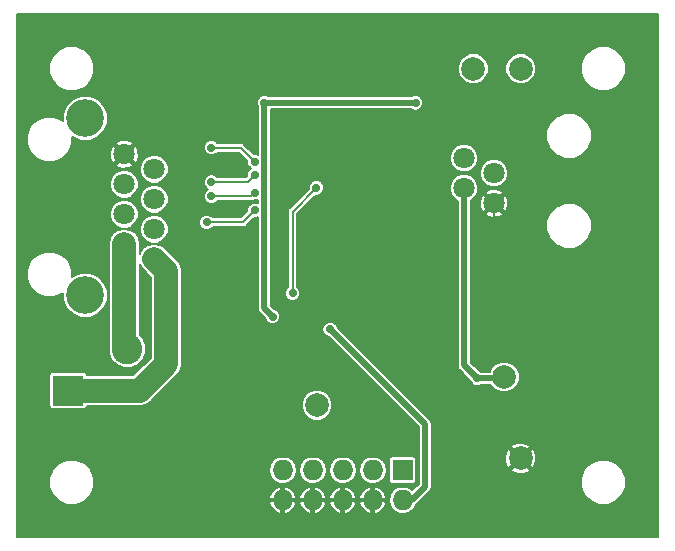
<source format=gbl>
G04 #@! TF.GenerationSoftware,KiCad,Pcbnew,(5.0.2)-1*
G04 #@! TF.CreationDate,2019-05-12T17:47:40+02:00*
G04 #@! TF.ProjectId,MotorController,4d6f746f-7243-46f6-9e74-726f6c6c6572,rev?*
G04 #@! TF.SameCoordinates,Original*
G04 #@! TF.FileFunction,Copper,L2,Bot*
G04 #@! TF.FilePolarity,Positive*
%FSLAX46Y46*%
G04 Gerber Fmt 4.6, Leading zero omitted, Abs format (unit mm)*
G04 Created by KiCad (PCBNEW (5.0.2)-1) date 12.05.2019 17:47:40*
%MOMM*%
%LPD*%
G01*
G04 APERTURE LIST*
G04 #@! TA.AperFunction,ComponentPad*
%ADD10C,3.200000*%
G04 #@! TD*
G04 #@! TA.AperFunction,ComponentPad*
%ADD11C,1.800000*%
G04 #@! TD*
G04 #@! TA.AperFunction,ComponentPad*
%ADD12R,2.600000X2.600000*%
G04 #@! TD*
G04 #@! TA.AperFunction,ComponentPad*
%ADD13C,2.600000*%
G04 #@! TD*
G04 #@! TA.AperFunction,ComponentPad*
%ADD14C,2.000000*%
G04 #@! TD*
G04 #@! TA.AperFunction,ComponentPad*
%ADD15O,1.727200X1.727200*%
G04 #@! TD*
G04 #@! TA.AperFunction,ComponentPad*
%ADD16R,1.727200X1.727200*%
G04 #@! TD*
G04 #@! TA.AperFunction,ViaPad*
%ADD17C,0.700000*%
G04 #@! TD*
G04 #@! TA.AperFunction,Conductor*
%ADD18C,0.500000*%
G04 #@! TD*
G04 #@! TA.AperFunction,Conductor*
%ADD19C,0.200000*%
G04 #@! TD*
G04 #@! TA.AperFunction,Conductor*
%ADD20C,2.000000*%
G04 #@! TD*
G04 APERTURE END LIST*
D10*
G04 #@! TO.P,J3,0*
G04 #@! TO.N,N/C*
X81148000Y-69207000D03*
X81148000Y-84193000D03*
D11*
G04 #@! TO.P,J3,8*
G04 #@! TO.N,/BH_P*
X86990000Y-81145000D03*
G04 #@! TO.P,J3,7*
G04 #@! TO.N,/BH_N*
X84450000Y-79875000D03*
G04 #@! TO.P,J3,6*
G04 #@! TO.N,/B4*
X86990000Y-78605000D03*
G04 #@! TO.P,J3,5*
G04 #@! TO.N,/B3*
X84450000Y-77335000D03*
G04 #@! TO.P,J3,4*
G04 #@! TO.N,/B2*
X86990000Y-76065000D03*
G04 #@! TO.P,J3,3*
G04 #@! TO.N,/B1*
X84450000Y-74795000D03*
G04 #@! TO.P,J3,2*
G04 #@! TO.N,Net-(J3-Pad2)*
X86990000Y-73525000D03*
G04 #@! TO.P,J3,1*
G04 #@! TO.N,GND*
X84450000Y-72255000D03*
G04 #@! TD*
G04 #@! TO.P,J1,1*
G04 #@! TO.N,GND*
X115750000Y-76400000D03*
G04 #@! TO.P,J1,2*
G04 #@! TO.N,+12V*
X113210000Y-75130000D03*
G04 #@! TO.P,J1,4*
G04 #@! TO.N,/B*
X113210000Y-72590000D03*
G04 #@! TO.P,J1,3*
G04 #@! TO.N,/A*
X115750000Y-73860000D03*
G04 #@! TD*
D12*
G04 #@! TO.P,J4,1*
G04 #@! TO.N,/BH_P*
X79700000Y-92250000D03*
D13*
G04 #@! TO.P,J4,2*
G04 #@! TO.N,/BH_N*
X84700000Y-88750000D03*
G04 #@! TD*
D14*
G04 #@! TO.P,TP1,1*
G04 #@! TO.N,GND*
X118000000Y-98000000D03*
G04 #@! TD*
G04 #@! TO.P,TP2,1*
G04 #@! TO.N,+5V*
X100750000Y-93500000D03*
G04 #@! TD*
G04 #@! TO.P,TP3,1*
G04 #@! TO.N,+12V*
X116600000Y-91100000D03*
G04 #@! TD*
G04 #@! TO.P,TP4,1*
G04 #@! TO.N,/B*
X114000000Y-65000000D03*
G04 #@! TD*
G04 #@! TO.P,TP5,1*
G04 #@! TO.N,/A*
X118000000Y-65000000D03*
G04 #@! TD*
D15*
G04 #@! TO.P,J2,10*
G04 #@! TO.N,GND*
X97840000Y-101540000D03*
G04 #@! TO.P,J2,9*
G04 #@! TO.N,/MISO*
X97840000Y-99000000D03*
G04 #@! TO.P,J2,8*
G04 #@! TO.N,GND*
X100380000Y-101540000D03*
G04 #@! TO.P,J2,7*
G04 #@! TO.N,/SCK*
X100380000Y-99000000D03*
G04 #@! TO.P,J2,6*
G04 #@! TO.N,GND*
X102920000Y-101540000D03*
G04 #@! TO.P,J2,5*
G04 #@! TO.N,/RST*
X102920000Y-99000000D03*
G04 #@! TO.P,J2,4*
G04 #@! TO.N,GND*
X105460000Y-101540000D03*
G04 #@! TO.P,J2,3*
G04 #@! TO.N,Net-(J2-Pad3)*
X105460000Y-99000000D03*
G04 #@! TO.P,J2,2*
G04 #@! TO.N,+5V*
X108000000Y-101540000D03*
D16*
G04 #@! TO.P,J2,1*
G04 #@! TO.N,/MOSI*
X108000000Y-99000000D03*
G04 #@! TD*
D17*
G04 #@! TO.N,+5V*
X109100000Y-67900000D03*
X96300000Y-67900000D03*
X97000000Y-86000000D03*
X101862500Y-87062500D03*
G04 #@! TO.N,/RST*
X100700000Y-75100000D03*
X98700000Y-84012500D03*
G04 #@! TO.N,+12V*
X114300000Y-91200000D03*
G04 #@! TO.N,GND*
X109100000Y-69600000D03*
X128000000Y-62000000D03*
X118000000Y-62000000D03*
X107700000Y-62000000D03*
X97000000Y-62000000D03*
X87000000Y-62000000D03*
X77000000Y-62000000D03*
X77000000Y-103000000D03*
X87000000Y-103000000D03*
X128000000Y-103000000D03*
X118000000Y-103000000D03*
X128000000Y-88000000D03*
X128000000Y-72000000D03*
X109000000Y-84000000D03*
X111500000Y-87500000D03*
X97500000Y-78000000D03*
X102500000Y-80000000D03*
X91000000Y-81000000D03*
X80500000Y-76000000D03*
X92000000Y-87500000D03*
X114800000Y-84000000D03*
X103750000Y-94500000D03*
X106000000Y-76000000D03*
X82000000Y-62000000D03*
X113000000Y-62000000D03*
X123000000Y-62000000D03*
X128000000Y-67000000D03*
X128000000Y-78000000D03*
X128000000Y-83000000D03*
X128000000Y-93000000D03*
X128000000Y-98000000D03*
X123000000Y-103000000D03*
X113000000Y-103000000D03*
X92000000Y-103000000D03*
X82000000Y-103000000D03*
X77000000Y-98000000D03*
X77000000Y-93000000D03*
X77000000Y-88000000D03*
X77000000Y-78000000D03*
X77000000Y-67000000D03*
X103000000Y-70000000D03*
X103000000Y-62000000D03*
X98000000Y-88000000D03*
X99000000Y-92000000D03*
X91800000Y-70300000D03*
X109000000Y-64600000D03*
X98700000Y-74800000D03*
G04 #@! TO.N,/B1*
X95500000Y-72900000D03*
X91800000Y-71699992D03*
G04 #@! TO.N,/B2*
X95500000Y-74000000D03*
X91800000Y-74600000D03*
G04 #@! TO.N,/B4*
X95500000Y-77000000D03*
X91400000Y-78000000D03*
G04 #@! TO.N,/B3*
X95500000Y-75500000D03*
X91800000Y-75800000D03*
G04 #@! TD*
D18*
G04 #@! TO.N,+5V*
X96300000Y-85300000D02*
X97000000Y-86000000D01*
X96300000Y-67900000D02*
X96300000Y-85300000D01*
X96300000Y-67900000D02*
X109100000Y-67900000D01*
X109900000Y-100400000D02*
X109900000Y-95100000D01*
X108000000Y-101540000D02*
X108760000Y-101540000D01*
X109900000Y-95100000D02*
X102000000Y-87200000D01*
X108760000Y-101540000D02*
X109900000Y-100400000D01*
D19*
G04 #@! TO.N,/RST*
X98700000Y-77100000D02*
X98700000Y-84012500D01*
X100700000Y-75100000D02*
X98700000Y-77100000D01*
D18*
G04 #@! TO.N,+12V*
X113210000Y-75130000D02*
X113210000Y-90110000D01*
X113210000Y-90110000D02*
X114300000Y-91200000D01*
X114300000Y-91200000D02*
X114300000Y-91200000D01*
X116500000Y-91200000D02*
X116600000Y-91100000D01*
X114300000Y-91200000D02*
X116500000Y-91200000D01*
D19*
G04 #@! TO.N,GND*
X115750000Y-77672792D02*
X114800000Y-78622792D01*
X115750000Y-76400000D02*
X115750000Y-77672792D01*
X114800000Y-78622792D02*
X114800000Y-84000000D01*
X114800000Y-84000000D02*
X114800000Y-84100000D01*
G04 #@! TO.N,/B1*
X94299992Y-71699992D02*
X91800000Y-71699992D01*
X95500000Y-72900000D02*
X94299992Y-71699992D01*
G04 #@! TO.N,/B2*
X94900000Y-74600000D02*
X91800000Y-74600000D01*
X95500000Y-74000000D02*
X94900000Y-74600000D01*
G04 #@! TO.N,/B4*
X94500000Y-78000000D02*
X91400000Y-78000000D01*
X95500000Y-77000000D02*
X94500000Y-78000000D01*
G04 #@! TO.N,/B3*
X95200000Y-75800000D02*
X91800000Y-75800000D01*
X95500000Y-75500000D02*
X95200000Y-75800000D01*
D20*
G04 #@! TO.N,/BH_N*
X84450000Y-88500000D02*
X84700000Y-88750000D01*
X84450000Y-79875000D02*
X84450000Y-88500000D01*
G04 #@! TO.N,/BH_P*
X88000000Y-82155000D02*
X86990000Y-81145000D01*
X88000000Y-90000000D02*
X88000000Y-82155000D01*
X79700000Y-92250000D02*
X85750000Y-92250000D01*
X85750000Y-92250000D02*
X88000000Y-90000000D01*
G04 #@! TD*
D19*
G04 #@! TO.N,GND*
G36*
X129625000Y-104625000D02*
X75375000Y-104625000D01*
X75375000Y-99622067D01*
X78100000Y-99622067D01*
X78100000Y-100377933D01*
X78389258Y-101076263D01*
X78923737Y-101610742D01*
X79622067Y-101900000D01*
X80377933Y-101900000D01*
X80570770Y-101820124D01*
X96710611Y-101820124D01*
X96903779Y-102230999D01*
X97239478Y-102536676D01*
X97559877Y-102669379D01*
X97740000Y-102623997D01*
X97740000Y-101640000D01*
X97940000Y-101640000D01*
X97940000Y-102623997D01*
X98120123Y-102669379D01*
X98440522Y-102536676D01*
X98776221Y-102230999D01*
X98969389Y-101820124D01*
X99250611Y-101820124D01*
X99443779Y-102230999D01*
X99779478Y-102536676D01*
X100099877Y-102669379D01*
X100280000Y-102623997D01*
X100280000Y-101640000D01*
X100480000Y-101640000D01*
X100480000Y-102623997D01*
X100660123Y-102669379D01*
X100980522Y-102536676D01*
X101316221Y-102230999D01*
X101509389Y-101820124D01*
X101790611Y-101820124D01*
X101983779Y-102230999D01*
X102319478Y-102536676D01*
X102639877Y-102669379D01*
X102820000Y-102623997D01*
X102820000Y-101640000D01*
X103020000Y-101640000D01*
X103020000Y-102623997D01*
X103200123Y-102669379D01*
X103520522Y-102536676D01*
X103856221Y-102230999D01*
X104049389Y-101820124D01*
X104330611Y-101820124D01*
X104523779Y-102230999D01*
X104859478Y-102536676D01*
X105179877Y-102669379D01*
X105360000Y-102623997D01*
X105360000Y-101640000D01*
X105560000Y-101640000D01*
X105560000Y-102623997D01*
X105740123Y-102669379D01*
X106060522Y-102536676D01*
X106396221Y-102230999D01*
X106589389Y-101820124D01*
X106544305Y-101640000D01*
X105560000Y-101640000D01*
X105360000Y-101640000D01*
X104375695Y-101640000D01*
X104330611Y-101820124D01*
X104049389Y-101820124D01*
X104004305Y-101640000D01*
X103020000Y-101640000D01*
X102820000Y-101640000D01*
X101835695Y-101640000D01*
X101790611Y-101820124D01*
X101509389Y-101820124D01*
X101464305Y-101640000D01*
X100480000Y-101640000D01*
X100280000Y-101640000D01*
X99295695Y-101640000D01*
X99250611Y-101820124D01*
X98969389Y-101820124D01*
X98924305Y-101640000D01*
X97940000Y-101640000D01*
X97740000Y-101640000D01*
X96755695Y-101640000D01*
X96710611Y-101820124D01*
X80570770Y-101820124D01*
X81076263Y-101610742D01*
X81427129Y-101259876D01*
X96710611Y-101259876D01*
X96755695Y-101440000D01*
X97740000Y-101440000D01*
X97740000Y-100456003D01*
X97940000Y-100456003D01*
X97940000Y-101440000D01*
X98924305Y-101440000D01*
X98969389Y-101259876D01*
X99250611Y-101259876D01*
X99295695Y-101440000D01*
X100280000Y-101440000D01*
X100280000Y-100456003D01*
X100480000Y-100456003D01*
X100480000Y-101440000D01*
X101464305Y-101440000D01*
X101509389Y-101259876D01*
X101790611Y-101259876D01*
X101835695Y-101440000D01*
X102820000Y-101440000D01*
X102820000Y-100456003D01*
X103020000Y-100456003D01*
X103020000Y-101440000D01*
X104004305Y-101440000D01*
X104049389Y-101259876D01*
X104330611Y-101259876D01*
X104375695Y-101440000D01*
X105360000Y-101440000D01*
X105360000Y-100456003D01*
X105560000Y-100456003D01*
X105560000Y-101440000D01*
X106544305Y-101440000D01*
X106589389Y-101259876D01*
X106396221Y-100849001D01*
X106060522Y-100543324D01*
X105740123Y-100410621D01*
X105560000Y-100456003D01*
X105360000Y-100456003D01*
X105179877Y-100410621D01*
X104859478Y-100543324D01*
X104523779Y-100849001D01*
X104330611Y-101259876D01*
X104049389Y-101259876D01*
X103856221Y-100849001D01*
X103520522Y-100543324D01*
X103200123Y-100410621D01*
X103020000Y-100456003D01*
X102820000Y-100456003D01*
X102639877Y-100410621D01*
X102319478Y-100543324D01*
X101983779Y-100849001D01*
X101790611Y-101259876D01*
X101509389Y-101259876D01*
X101316221Y-100849001D01*
X100980522Y-100543324D01*
X100660123Y-100410621D01*
X100480000Y-100456003D01*
X100280000Y-100456003D01*
X100099877Y-100410621D01*
X99779478Y-100543324D01*
X99443779Y-100849001D01*
X99250611Y-101259876D01*
X98969389Y-101259876D01*
X98776221Y-100849001D01*
X98440522Y-100543324D01*
X98120123Y-100410621D01*
X97940000Y-100456003D01*
X97740000Y-100456003D01*
X97559877Y-100410621D01*
X97239478Y-100543324D01*
X96903779Y-100849001D01*
X96710611Y-101259876D01*
X81427129Y-101259876D01*
X81610742Y-101076263D01*
X81900000Y-100377933D01*
X81900000Y-99622067D01*
X81642332Y-99000000D01*
X96653604Y-99000000D01*
X96743913Y-99454014D01*
X97001091Y-99838909D01*
X97385986Y-100096087D01*
X97725397Y-100163600D01*
X97954603Y-100163600D01*
X98294014Y-100096087D01*
X98678909Y-99838909D01*
X98936087Y-99454014D01*
X99026396Y-99000000D01*
X99193604Y-99000000D01*
X99283913Y-99454014D01*
X99541091Y-99838909D01*
X99925986Y-100096087D01*
X100265397Y-100163600D01*
X100494603Y-100163600D01*
X100834014Y-100096087D01*
X101218909Y-99838909D01*
X101476087Y-99454014D01*
X101566396Y-99000000D01*
X101733604Y-99000000D01*
X101823913Y-99454014D01*
X102081091Y-99838909D01*
X102465986Y-100096087D01*
X102805397Y-100163600D01*
X103034603Y-100163600D01*
X103374014Y-100096087D01*
X103758909Y-99838909D01*
X104016087Y-99454014D01*
X104106396Y-99000000D01*
X104273604Y-99000000D01*
X104363913Y-99454014D01*
X104621091Y-99838909D01*
X105005986Y-100096087D01*
X105345397Y-100163600D01*
X105574603Y-100163600D01*
X105914014Y-100096087D01*
X106298909Y-99838909D01*
X106556087Y-99454014D01*
X106646396Y-99000000D01*
X106556087Y-98545986D01*
X106298909Y-98161091D01*
X106261957Y-98136400D01*
X106830523Y-98136400D01*
X106830523Y-99863600D01*
X106853807Y-99980654D01*
X106920112Y-100079888D01*
X107019346Y-100146193D01*
X107136400Y-100169477D01*
X108863600Y-100169477D01*
X108980654Y-100146193D01*
X109079888Y-100079888D01*
X109146193Y-99980654D01*
X109169477Y-99863600D01*
X109169477Y-98136400D01*
X109146193Y-98019346D01*
X109079888Y-97920112D01*
X108980654Y-97853807D01*
X108863600Y-97830523D01*
X107136400Y-97830523D01*
X107019346Y-97853807D01*
X106920112Y-97920112D01*
X106853807Y-98019346D01*
X106830523Y-98136400D01*
X106261957Y-98136400D01*
X105914014Y-97903913D01*
X105574603Y-97836400D01*
X105345397Y-97836400D01*
X105005986Y-97903913D01*
X104621091Y-98161091D01*
X104363913Y-98545986D01*
X104273604Y-99000000D01*
X104106396Y-99000000D01*
X104016087Y-98545986D01*
X103758909Y-98161091D01*
X103374014Y-97903913D01*
X103034603Y-97836400D01*
X102805397Y-97836400D01*
X102465986Y-97903913D01*
X102081091Y-98161091D01*
X101823913Y-98545986D01*
X101733604Y-99000000D01*
X101566396Y-99000000D01*
X101476087Y-98545986D01*
X101218909Y-98161091D01*
X100834014Y-97903913D01*
X100494603Y-97836400D01*
X100265397Y-97836400D01*
X99925986Y-97903913D01*
X99541091Y-98161091D01*
X99283913Y-98545986D01*
X99193604Y-99000000D01*
X99026396Y-99000000D01*
X98936087Y-98545986D01*
X98678909Y-98161091D01*
X98294014Y-97903913D01*
X97954603Y-97836400D01*
X97725397Y-97836400D01*
X97385986Y-97903913D01*
X97001091Y-98161091D01*
X96743913Y-98545986D01*
X96653604Y-99000000D01*
X81642332Y-99000000D01*
X81610742Y-98923737D01*
X81076263Y-98389258D01*
X80377933Y-98100000D01*
X79622067Y-98100000D01*
X78923737Y-98389258D01*
X78389258Y-98923737D01*
X78100000Y-99622067D01*
X75375000Y-99622067D01*
X75375000Y-90950000D01*
X78094123Y-90950000D01*
X78094123Y-93550000D01*
X78117407Y-93667054D01*
X78183712Y-93766288D01*
X78282946Y-93832593D01*
X78400000Y-93855877D01*
X81000000Y-93855877D01*
X81117054Y-93832593D01*
X81216288Y-93766288D01*
X81282593Y-93667054D01*
X81305877Y-93550000D01*
X85621967Y-93550000D01*
X85750000Y-93575467D01*
X85878033Y-93550000D01*
X85878037Y-93550000D01*
X86257235Y-93474573D01*
X86606180Y-93241414D01*
X99450000Y-93241414D01*
X99450000Y-93758586D01*
X99647913Y-94236391D01*
X100013609Y-94602087D01*
X100491414Y-94800000D01*
X101008586Y-94800000D01*
X101486391Y-94602087D01*
X101852087Y-94236391D01*
X102050000Y-93758586D01*
X102050000Y-93241414D01*
X101852087Y-92763609D01*
X101486391Y-92397913D01*
X101008586Y-92200000D01*
X100491414Y-92200000D01*
X100013609Y-92397913D01*
X99647913Y-92763609D01*
X99450000Y-93241414D01*
X86606180Y-93241414D01*
X86687247Y-93187247D01*
X86759776Y-93078700D01*
X88828703Y-91009774D01*
X88937247Y-90937247D01*
X89224573Y-90507235D01*
X89300000Y-90128037D01*
X89300000Y-90128033D01*
X89325467Y-90000000D01*
X89300000Y-89871967D01*
X89300000Y-86933207D01*
X101212500Y-86933207D01*
X101212500Y-87191793D01*
X101311457Y-87430695D01*
X101494305Y-87613543D01*
X101733207Y-87712500D01*
X101734684Y-87712500D01*
X109350001Y-95327818D01*
X109350000Y-100172182D01*
X108828229Y-100693955D01*
X108454014Y-100443913D01*
X108114603Y-100376400D01*
X107885397Y-100376400D01*
X107545986Y-100443913D01*
X107161091Y-100701091D01*
X106903913Y-101085986D01*
X106813604Y-101540000D01*
X106903913Y-101994014D01*
X107161091Y-102378909D01*
X107545986Y-102636087D01*
X107885397Y-102703600D01*
X108114603Y-102703600D01*
X108454014Y-102636087D01*
X108838909Y-102378909D01*
X109096087Y-101994014D01*
X109100010Y-101974292D01*
X109156528Y-101936528D01*
X109187216Y-101890600D01*
X110250606Y-100827212D01*
X110296528Y-100796528D01*
X110418089Y-100614599D01*
X110450000Y-100454170D01*
X110450000Y-100454166D01*
X110460774Y-100400001D01*
X110450000Y-100345836D01*
X110450000Y-99622067D01*
X123100000Y-99622067D01*
X123100000Y-100377933D01*
X123389258Y-101076263D01*
X123923737Y-101610742D01*
X124622067Y-101900000D01*
X125377933Y-101900000D01*
X126076263Y-101610742D01*
X126610742Y-101076263D01*
X126900000Y-100377933D01*
X126900000Y-99622067D01*
X126610742Y-98923737D01*
X126076263Y-98389258D01*
X125377933Y-98100000D01*
X124622067Y-98100000D01*
X123923737Y-98389258D01*
X123389258Y-98923737D01*
X123100000Y-99622067D01*
X110450000Y-99622067D01*
X110450000Y-98952094D01*
X117189328Y-98952094D01*
X117304032Y-99128049D01*
X117788695Y-99308517D01*
X118305527Y-99289775D01*
X118695968Y-99128049D01*
X118810672Y-98952094D01*
X118000000Y-98141421D01*
X117189328Y-98952094D01*
X110450000Y-98952094D01*
X110450000Y-97788695D01*
X116691483Y-97788695D01*
X116710225Y-98305527D01*
X116871951Y-98695968D01*
X117047906Y-98810672D01*
X117858579Y-98000000D01*
X118141421Y-98000000D01*
X118952094Y-98810672D01*
X119128049Y-98695968D01*
X119308517Y-98211305D01*
X119289775Y-97694473D01*
X119128049Y-97304032D01*
X118952094Y-97189328D01*
X118141421Y-98000000D01*
X117858579Y-98000000D01*
X117047906Y-97189328D01*
X116871951Y-97304032D01*
X116691483Y-97788695D01*
X110450000Y-97788695D01*
X110450000Y-97047906D01*
X117189328Y-97047906D01*
X118000000Y-97858579D01*
X118810672Y-97047906D01*
X118695968Y-96871951D01*
X118211305Y-96691483D01*
X117694473Y-96710225D01*
X117304032Y-96871951D01*
X117189328Y-97047906D01*
X110450000Y-97047906D01*
X110450000Y-95154168D01*
X110460775Y-95099999D01*
X110450000Y-95045830D01*
X110418089Y-94885401D01*
X110296528Y-94703472D01*
X110250603Y-94672786D01*
X102512500Y-86934684D01*
X102512500Y-86933207D01*
X102413543Y-86694305D01*
X102230695Y-86511457D01*
X101991793Y-86412500D01*
X101733207Y-86412500D01*
X101494305Y-86511457D01*
X101311457Y-86694305D01*
X101212500Y-86933207D01*
X89300000Y-86933207D01*
X89300000Y-82283033D01*
X89325467Y-82155000D01*
X89300000Y-82026967D01*
X89300000Y-82026963D01*
X89224573Y-81647765D01*
X88937247Y-81217753D01*
X88828702Y-81145225D01*
X87818702Y-80135226D01*
X87497234Y-79920427D01*
X86990000Y-79819533D01*
X86482766Y-79920427D01*
X86052753Y-80207753D01*
X85765427Y-80637766D01*
X85750000Y-80715324D01*
X85750000Y-79746963D01*
X85674573Y-79367765D01*
X85387247Y-78937753D01*
X84957234Y-78650427D01*
X84450000Y-78549532D01*
X83942765Y-78650427D01*
X83512753Y-78937753D01*
X83225427Y-79367766D01*
X83150000Y-79746964D01*
X83150001Y-88311027D01*
X83100000Y-88431740D01*
X83100000Y-89068260D01*
X83343585Y-89656327D01*
X83793673Y-90106415D01*
X84381740Y-90350000D01*
X85018260Y-90350000D01*
X85606327Y-90106415D01*
X86056415Y-89656327D01*
X86300000Y-89068260D01*
X86300000Y-88431740D01*
X86056415Y-87843673D01*
X85750000Y-87537258D01*
X85750000Y-81574676D01*
X85765427Y-81652234D01*
X85980226Y-81973702D01*
X86700001Y-82693478D01*
X86700000Y-89461523D01*
X85211524Y-90950000D01*
X81305877Y-90950000D01*
X81282593Y-90832946D01*
X81216288Y-90733712D01*
X81117054Y-90667407D01*
X81000000Y-90644123D01*
X78400000Y-90644123D01*
X78282946Y-90667407D01*
X78183712Y-90733712D01*
X78117407Y-90832946D01*
X78094123Y-90950000D01*
X75375000Y-90950000D01*
X75375000Y-82032094D01*
X76175000Y-82032094D01*
X76175000Y-82797906D01*
X76468064Y-83505425D01*
X77009575Y-84046936D01*
X77717094Y-84340000D01*
X78482906Y-84340000D01*
X79190425Y-84046936D01*
X79248000Y-83989361D01*
X79248000Y-84570933D01*
X79537258Y-85269263D01*
X80071737Y-85803742D01*
X80770067Y-86093000D01*
X81525933Y-86093000D01*
X82224263Y-85803742D01*
X82758742Y-85269263D01*
X83048000Y-84570933D01*
X83048000Y-83815067D01*
X82758742Y-83116737D01*
X82224263Y-82582258D01*
X81525933Y-82293000D01*
X80770067Y-82293000D01*
X80071737Y-82582258D01*
X80025000Y-82628995D01*
X80025000Y-82032094D01*
X79731936Y-81324575D01*
X79190425Y-80783064D01*
X78482906Y-80490000D01*
X77717094Y-80490000D01*
X77009575Y-80783064D01*
X76468064Y-81324575D01*
X76175000Y-82032094D01*
X75375000Y-82032094D01*
X75375000Y-77096305D01*
X83250000Y-77096305D01*
X83250000Y-77573695D01*
X83432689Y-78014745D01*
X83770255Y-78352311D01*
X84211305Y-78535000D01*
X84688695Y-78535000D01*
X85095960Y-78366305D01*
X85790000Y-78366305D01*
X85790000Y-78843695D01*
X85972689Y-79284745D01*
X86310255Y-79622311D01*
X86751305Y-79805000D01*
X87228695Y-79805000D01*
X87669745Y-79622311D01*
X88007311Y-79284745D01*
X88190000Y-78843695D01*
X88190000Y-78366305D01*
X88007311Y-77925255D01*
X87952763Y-77870707D01*
X90750000Y-77870707D01*
X90750000Y-78129293D01*
X90848957Y-78368195D01*
X91031805Y-78551043D01*
X91270707Y-78650000D01*
X91529293Y-78650000D01*
X91768195Y-78551043D01*
X91919238Y-78400000D01*
X94460606Y-78400000D01*
X94500000Y-78407836D01*
X94539394Y-78400000D01*
X94656072Y-78376791D01*
X94788384Y-78288384D01*
X94810703Y-78254981D01*
X95415685Y-77650000D01*
X95629293Y-77650000D01*
X95750001Y-77600001D01*
X95750001Y-85245826D01*
X95739225Y-85300000D01*
X95768855Y-85448957D01*
X95781912Y-85514599D01*
X95903473Y-85696528D01*
X95949398Y-85727214D01*
X96350000Y-86127817D01*
X96350000Y-86129293D01*
X96448957Y-86368195D01*
X96631805Y-86551043D01*
X96870707Y-86650000D01*
X97129293Y-86650000D01*
X97368195Y-86551043D01*
X97551043Y-86368195D01*
X97650000Y-86129293D01*
X97650000Y-85870707D01*
X97551043Y-85631805D01*
X97368195Y-85448957D01*
X97129293Y-85350000D01*
X97127817Y-85350000D01*
X96850000Y-85072183D01*
X96850000Y-83883207D01*
X98050000Y-83883207D01*
X98050000Y-84141793D01*
X98148957Y-84380695D01*
X98331805Y-84563543D01*
X98570707Y-84662500D01*
X98829293Y-84662500D01*
X99068195Y-84563543D01*
X99251043Y-84380695D01*
X99350000Y-84141793D01*
X99350000Y-83883207D01*
X99251043Y-83644305D01*
X99100000Y-83493262D01*
X99100000Y-77265684D01*
X100615686Y-75750000D01*
X100829293Y-75750000D01*
X101068195Y-75651043D01*
X101251043Y-75468195D01*
X101350000Y-75229293D01*
X101350000Y-74970707D01*
X101317111Y-74891305D01*
X112010000Y-74891305D01*
X112010000Y-75368695D01*
X112192689Y-75809745D01*
X112530255Y-76147311D01*
X112660000Y-76201053D01*
X112660001Y-90055826D01*
X112649225Y-90110000D01*
X112691912Y-90324599D01*
X112813473Y-90506528D01*
X112859398Y-90537214D01*
X113650000Y-91327817D01*
X113650000Y-91329293D01*
X113748957Y-91568195D01*
X113931805Y-91751043D01*
X114170707Y-91850000D01*
X114429293Y-91850000D01*
X114668195Y-91751043D01*
X114669238Y-91750000D01*
X115462129Y-91750000D01*
X115497913Y-91836391D01*
X115863609Y-92202087D01*
X116341414Y-92400000D01*
X116858586Y-92400000D01*
X117336391Y-92202087D01*
X117702087Y-91836391D01*
X117900000Y-91358586D01*
X117900000Y-90841414D01*
X117702087Y-90363609D01*
X117336391Y-89997913D01*
X116858586Y-89800000D01*
X116341414Y-89800000D01*
X115863609Y-89997913D01*
X115497913Y-90363609D01*
X115379286Y-90650000D01*
X114669238Y-90650000D01*
X114668195Y-90648957D01*
X114429293Y-90550000D01*
X114427817Y-90550000D01*
X113760000Y-89882184D01*
X113760000Y-77927094D01*
X120175000Y-77927094D01*
X120175000Y-78692906D01*
X120468064Y-79400425D01*
X121009575Y-79941936D01*
X121717094Y-80235000D01*
X122482906Y-80235000D01*
X123190425Y-79941936D01*
X123731936Y-79400425D01*
X124025000Y-78692906D01*
X124025000Y-77927094D01*
X123731936Y-77219575D01*
X123190425Y-76678064D01*
X122482906Y-76385000D01*
X121717094Y-76385000D01*
X121009575Y-76678064D01*
X120468064Y-77219575D01*
X120175000Y-77927094D01*
X113760000Y-77927094D01*
X113760000Y-77279745D01*
X115011677Y-77279745D01*
X115114147Y-77445307D01*
X115562571Y-77609068D01*
X116039528Y-77588760D01*
X116385853Y-77445307D01*
X116488323Y-77279745D01*
X115750000Y-76541421D01*
X115011677Y-77279745D01*
X113760000Y-77279745D01*
X113760000Y-76212571D01*
X114540932Y-76212571D01*
X114561240Y-76689528D01*
X114704693Y-77035853D01*
X114870255Y-77138323D01*
X115608579Y-76400000D01*
X115891421Y-76400000D01*
X116629745Y-77138323D01*
X116795307Y-77035853D01*
X116959068Y-76587429D01*
X116938760Y-76110472D01*
X116795307Y-75764147D01*
X116629745Y-75661677D01*
X115891421Y-76400000D01*
X115608579Y-76400000D01*
X114870255Y-75661677D01*
X114704693Y-75764147D01*
X114540932Y-76212571D01*
X113760000Y-76212571D01*
X113760000Y-76201053D01*
X113889745Y-76147311D01*
X114227311Y-75809745D01*
X114347221Y-75520255D01*
X115011677Y-75520255D01*
X115750000Y-76258579D01*
X116488323Y-75520255D01*
X116385853Y-75354693D01*
X115937429Y-75190932D01*
X115460472Y-75211240D01*
X115114147Y-75354693D01*
X115011677Y-75520255D01*
X114347221Y-75520255D01*
X114410000Y-75368695D01*
X114410000Y-74891305D01*
X114227311Y-74450255D01*
X113889745Y-74112689D01*
X113448695Y-73930000D01*
X112971305Y-73930000D01*
X112530255Y-74112689D01*
X112192689Y-74450255D01*
X112010000Y-74891305D01*
X101317111Y-74891305D01*
X101251043Y-74731805D01*
X101068195Y-74548957D01*
X100829293Y-74450000D01*
X100570707Y-74450000D01*
X100331805Y-74548957D01*
X100148957Y-74731805D01*
X100050000Y-74970707D01*
X100050000Y-75184314D01*
X98445019Y-76789297D01*
X98411616Y-76811616D01*
X98323210Y-76943928D01*
X98323209Y-76943929D01*
X98292164Y-77100000D01*
X98300000Y-77139394D01*
X98300001Y-83493261D01*
X98148957Y-83644305D01*
X98050000Y-83883207D01*
X96850000Y-83883207D01*
X96850000Y-72351305D01*
X112010000Y-72351305D01*
X112010000Y-72828695D01*
X112192689Y-73269745D01*
X112530255Y-73607311D01*
X112971305Y-73790000D01*
X113448695Y-73790000D01*
X113855960Y-73621305D01*
X114550000Y-73621305D01*
X114550000Y-74098695D01*
X114732689Y-74539745D01*
X115070255Y-74877311D01*
X115511305Y-75060000D01*
X115988695Y-75060000D01*
X116429745Y-74877311D01*
X116767311Y-74539745D01*
X116950000Y-74098695D01*
X116950000Y-73621305D01*
X116767311Y-73180255D01*
X116429745Y-72842689D01*
X115988695Y-72660000D01*
X115511305Y-72660000D01*
X115070255Y-72842689D01*
X114732689Y-73180255D01*
X114550000Y-73621305D01*
X113855960Y-73621305D01*
X113889745Y-73607311D01*
X114227311Y-73269745D01*
X114410000Y-72828695D01*
X114410000Y-72351305D01*
X114227311Y-71910255D01*
X113889745Y-71572689D01*
X113448695Y-71390000D01*
X112971305Y-71390000D01*
X112530255Y-71572689D01*
X112192689Y-71910255D01*
X112010000Y-72351305D01*
X96850000Y-72351305D01*
X96850000Y-70307094D01*
X120175000Y-70307094D01*
X120175000Y-71072906D01*
X120468064Y-71780425D01*
X121009575Y-72321936D01*
X121717094Y-72615000D01*
X122482906Y-72615000D01*
X123190425Y-72321936D01*
X123731936Y-71780425D01*
X124025000Y-71072906D01*
X124025000Y-70307094D01*
X123731936Y-69599575D01*
X123190425Y-69058064D01*
X122482906Y-68765000D01*
X121717094Y-68765000D01*
X121009575Y-69058064D01*
X120468064Y-69599575D01*
X120175000Y-70307094D01*
X96850000Y-70307094D01*
X96850000Y-68450000D01*
X108730762Y-68450000D01*
X108731805Y-68451043D01*
X108970707Y-68550000D01*
X109229293Y-68550000D01*
X109468195Y-68451043D01*
X109651043Y-68268195D01*
X109750000Y-68029293D01*
X109750000Y-67770707D01*
X109651043Y-67531805D01*
X109468195Y-67348957D01*
X109229293Y-67250000D01*
X108970707Y-67250000D01*
X108731805Y-67348957D01*
X108730762Y-67350000D01*
X96669238Y-67350000D01*
X96668195Y-67348957D01*
X96429293Y-67250000D01*
X96170707Y-67250000D01*
X95931805Y-67348957D01*
X95748957Y-67531805D01*
X95650000Y-67770707D01*
X95650000Y-68029293D01*
X95748957Y-68268195D01*
X95750000Y-68269238D01*
X95750000Y-72299999D01*
X95629293Y-72250000D01*
X95415685Y-72250000D01*
X94610695Y-71445011D01*
X94588376Y-71411608D01*
X94456064Y-71323201D01*
X94339386Y-71299992D01*
X94299992Y-71292156D01*
X94260598Y-71299992D01*
X92319238Y-71299992D01*
X92168195Y-71148949D01*
X91929293Y-71049992D01*
X91670707Y-71049992D01*
X91431805Y-71148949D01*
X91248957Y-71331797D01*
X91150000Y-71570699D01*
X91150000Y-71829285D01*
X91248957Y-72068187D01*
X91431805Y-72251035D01*
X91670707Y-72349992D01*
X91929293Y-72349992D01*
X92168195Y-72251035D01*
X92319238Y-72099992D01*
X94134308Y-72099992D01*
X94850000Y-72815685D01*
X94850000Y-73029293D01*
X94948957Y-73268195D01*
X95130762Y-73450000D01*
X94948957Y-73631805D01*
X94850000Y-73870707D01*
X94850000Y-74084315D01*
X94734316Y-74200000D01*
X92319238Y-74200000D01*
X92168195Y-74048957D01*
X91929293Y-73950000D01*
X91670707Y-73950000D01*
X91431805Y-74048957D01*
X91248957Y-74231805D01*
X91150000Y-74470707D01*
X91150000Y-74729293D01*
X91248957Y-74968195D01*
X91431805Y-75151043D01*
X91549997Y-75200000D01*
X91431805Y-75248957D01*
X91248957Y-75431805D01*
X91150000Y-75670707D01*
X91150000Y-75929293D01*
X91248957Y-76168195D01*
X91431805Y-76351043D01*
X91670707Y-76450000D01*
X91929293Y-76450000D01*
X92168195Y-76351043D01*
X92319238Y-76200000D01*
X95160606Y-76200000D01*
X95200000Y-76207836D01*
X95239394Y-76200000D01*
X95356072Y-76176791D01*
X95396168Y-76150000D01*
X95629293Y-76150000D01*
X95750000Y-76100001D01*
X95750000Y-76399999D01*
X95629293Y-76350000D01*
X95370707Y-76350000D01*
X95131805Y-76448957D01*
X94948957Y-76631805D01*
X94850000Y-76870707D01*
X94850000Y-77084315D01*
X94334316Y-77600000D01*
X91919238Y-77600000D01*
X91768195Y-77448957D01*
X91529293Y-77350000D01*
X91270707Y-77350000D01*
X91031805Y-77448957D01*
X90848957Y-77631805D01*
X90750000Y-77870707D01*
X87952763Y-77870707D01*
X87669745Y-77587689D01*
X87228695Y-77405000D01*
X86751305Y-77405000D01*
X86310255Y-77587689D01*
X85972689Y-77925255D01*
X85790000Y-78366305D01*
X85095960Y-78366305D01*
X85129745Y-78352311D01*
X85467311Y-78014745D01*
X85650000Y-77573695D01*
X85650000Y-77096305D01*
X85467311Y-76655255D01*
X85129745Y-76317689D01*
X84688695Y-76135000D01*
X84211305Y-76135000D01*
X83770255Y-76317689D01*
X83432689Y-76655255D01*
X83250000Y-77096305D01*
X75375000Y-77096305D01*
X75375000Y-74556305D01*
X83250000Y-74556305D01*
X83250000Y-75033695D01*
X83432689Y-75474745D01*
X83770255Y-75812311D01*
X84211305Y-75995000D01*
X84688695Y-75995000D01*
X85095960Y-75826305D01*
X85790000Y-75826305D01*
X85790000Y-76303695D01*
X85972689Y-76744745D01*
X86310255Y-77082311D01*
X86751305Y-77265000D01*
X87228695Y-77265000D01*
X87669745Y-77082311D01*
X88007311Y-76744745D01*
X88190000Y-76303695D01*
X88190000Y-75826305D01*
X88007311Y-75385255D01*
X87669745Y-75047689D01*
X87228695Y-74865000D01*
X86751305Y-74865000D01*
X86310255Y-75047689D01*
X85972689Y-75385255D01*
X85790000Y-75826305D01*
X85095960Y-75826305D01*
X85129745Y-75812311D01*
X85467311Y-75474745D01*
X85650000Y-75033695D01*
X85650000Y-74556305D01*
X85467311Y-74115255D01*
X85129745Y-73777689D01*
X84688695Y-73595000D01*
X84211305Y-73595000D01*
X83770255Y-73777689D01*
X83432689Y-74115255D01*
X83250000Y-74556305D01*
X75375000Y-74556305D01*
X75375000Y-73134745D01*
X83711677Y-73134745D01*
X83814147Y-73300307D01*
X84262571Y-73464068D01*
X84739528Y-73443760D01*
X85085853Y-73300307D01*
X85094519Y-73286305D01*
X85790000Y-73286305D01*
X85790000Y-73763695D01*
X85972689Y-74204745D01*
X86310255Y-74542311D01*
X86751305Y-74725000D01*
X87228695Y-74725000D01*
X87669745Y-74542311D01*
X88007311Y-74204745D01*
X88190000Y-73763695D01*
X88190000Y-73286305D01*
X88007311Y-72845255D01*
X87669745Y-72507689D01*
X87228695Y-72325000D01*
X86751305Y-72325000D01*
X86310255Y-72507689D01*
X85972689Y-72845255D01*
X85790000Y-73286305D01*
X85094519Y-73286305D01*
X85188323Y-73134745D01*
X84450000Y-72396421D01*
X83711677Y-73134745D01*
X75375000Y-73134745D01*
X75375000Y-70602094D01*
X76175000Y-70602094D01*
X76175000Y-71367906D01*
X76468064Y-72075425D01*
X77009575Y-72616936D01*
X77717094Y-72910000D01*
X78482906Y-72910000D01*
X79190425Y-72616936D01*
X79731936Y-72075425D01*
X79735189Y-72067571D01*
X83240932Y-72067571D01*
X83261240Y-72544528D01*
X83404693Y-72890853D01*
X83570255Y-72993323D01*
X84308579Y-72255000D01*
X84591421Y-72255000D01*
X85329745Y-72993323D01*
X85495307Y-72890853D01*
X85659068Y-72442429D01*
X85638760Y-71965472D01*
X85495307Y-71619147D01*
X85329745Y-71516677D01*
X84591421Y-72255000D01*
X84308579Y-72255000D01*
X83570255Y-71516677D01*
X83404693Y-71619147D01*
X83240932Y-72067571D01*
X79735189Y-72067571D01*
X80021955Y-71375255D01*
X83711677Y-71375255D01*
X84450000Y-72113579D01*
X85188323Y-71375255D01*
X85085853Y-71209693D01*
X84637429Y-71045932D01*
X84160472Y-71066240D01*
X83814147Y-71209693D01*
X83711677Y-71375255D01*
X80021955Y-71375255D01*
X80025000Y-71367906D01*
X80025000Y-70771005D01*
X80071737Y-70817742D01*
X80770067Y-71107000D01*
X81525933Y-71107000D01*
X82224263Y-70817742D01*
X82758742Y-70283263D01*
X83048000Y-69584933D01*
X83048000Y-68829067D01*
X82758742Y-68130737D01*
X82224263Y-67596258D01*
X81525933Y-67307000D01*
X80770067Y-67307000D01*
X80071737Y-67596258D01*
X79537258Y-68130737D01*
X79248000Y-68829067D01*
X79248000Y-69410639D01*
X79190425Y-69353064D01*
X78482906Y-69060000D01*
X77717094Y-69060000D01*
X77009575Y-69353064D01*
X76468064Y-69894575D01*
X76175000Y-70602094D01*
X75375000Y-70602094D01*
X75375000Y-64622067D01*
X78100000Y-64622067D01*
X78100000Y-65377933D01*
X78389258Y-66076263D01*
X78923737Y-66610742D01*
X79622067Y-66900000D01*
X80377933Y-66900000D01*
X81076263Y-66610742D01*
X81610742Y-66076263D01*
X81900000Y-65377933D01*
X81900000Y-64741414D01*
X112700000Y-64741414D01*
X112700000Y-65258586D01*
X112897913Y-65736391D01*
X113263609Y-66102087D01*
X113741414Y-66300000D01*
X114258586Y-66300000D01*
X114736391Y-66102087D01*
X115102087Y-65736391D01*
X115300000Y-65258586D01*
X115300000Y-64741414D01*
X116700000Y-64741414D01*
X116700000Y-65258586D01*
X116897913Y-65736391D01*
X117263609Y-66102087D01*
X117741414Y-66300000D01*
X118258586Y-66300000D01*
X118736391Y-66102087D01*
X119102087Y-65736391D01*
X119300000Y-65258586D01*
X119300000Y-64741414D01*
X119250565Y-64622067D01*
X123100000Y-64622067D01*
X123100000Y-65377933D01*
X123389258Y-66076263D01*
X123923737Y-66610742D01*
X124622067Y-66900000D01*
X125377933Y-66900000D01*
X126076263Y-66610742D01*
X126610742Y-66076263D01*
X126900000Y-65377933D01*
X126900000Y-64622067D01*
X126610742Y-63923737D01*
X126076263Y-63389258D01*
X125377933Y-63100000D01*
X124622067Y-63100000D01*
X123923737Y-63389258D01*
X123389258Y-63923737D01*
X123100000Y-64622067D01*
X119250565Y-64622067D01*
X119102087Y-64263609D01*
X118736391Y-63897913D01*
X118258586Y-63700000D01*
X117741414Y-63700000D01*
X117263609Y-63897913D01*
X116897913Y-64263609D01*
X116700000Y-64741414D01*
X115300000Y-64741414D01*
X115102087Y-64263609D01*
X114736391Y-63897913D01*
X114258586Y-63700000D01*
X113741414Y-63700000D01*
X113263609Y-63897913D01*
X112897913Y-64263609D01*
X112700000Y-64741414D01*
X81900000Y-64741414D01*
X81900000Y-64622067D01*
X81610742Y-63923737D01*
X81076263Y-63389258D01*
X80377933Y-63100000D01*
X79622067Y-63100000D01*
X78923737Y-63389258D01*
X78389258Y-63923737D01*
X78100000Y-64622067D01*
X75375000Y-64622067D01*
X75375000Y-60375000D01*
X129625001Y-60375000D01*
X129625000Y-104625000D01*
X129625000Y-104625000D01*
G37*
X129625000Y-104625000D02*
X75375000Y-104625000D01*
X75375000Y-99622067D01*
X78100000Y-99622067D01*
X78100000Y-100377933D01*
X78389258Y-101076263D01*
X78923737Y-101610742D01*
X79622067Y-101900000D01*
X80377933Y-101900000D01*
X80570770Y-101820124D01*
X96710611Y-101820124D01*
X96903779Y-102230999D01*
X97239478Y-102536676D01*
X97559877Y-102669379D01*
X97740000Y-102623997D01*
X97740000Y-101640000D01*
X97940000Y-101640000D01*
X97940000Y-102623997D01*
X98120123Y-102669379D01*
X98440522Y-102536676D01*
X98776221Y-102230999D01*
X98969389Y-101820124D01*
X99250611Y-101820124D01*
X99443779Y-102230999D01*
X99779478Y-102536676D01*
X100099877Y-102669379D01*
X100280000Y-102623997D01*
X100280000Y-101640000D01*
X100480000Y-101640000D01*
X100480000Y-102623997D01*
X100660123Y-102669379D01*
X100980522Y-102536676D01*
X101316221Y-102230999D01*
X101509389Y-101820124D01*
X101790611Y-101820124D01*
X101983779Y-102230999D01*
X102319478Y-102536676D01*
X102639877Y-102669379D01*
X102820000Y-102623997D01*
X102820000Y-101640000D01*
X103020000Y-101640000D01*
X103020000Y-102623997D01*
X103200123Y-102669379D01*
X103520522Y-102536676D01*
X103856221Y-102230999D01*
X104049389Y-101820124D01*
X104330611Y-101820124D01*
X104523779Y-102230999D01*
X104859478Y-102536676D01*
X105179877Y-102669379D01*
X105360000Y-102623997D01*
X105360000Y-101640000D01*
X105560000Y-101640000D01*
X105560000Y-102623997D01*
X105740123Y-102669379D01*
X106060522Y-102536676D01*
X106396221Y-102230999D01*
X106589389Y-101820124D01*
X106544305Y-101640000D01*
X105560000Y-101640000D01*
X105360000Y-101640000D01*
X104375695Y-101640000D01*
X104330611Y-101820124D01*
X104049389Y-101820124D01*
X104004305Y-101640000D01*
X103020000Y-101640000D01*
X102820000Y-101640000D01*
X101835695Y-101640000D01*
X101790611Y-101820124D01*
X101509389Y-101820124D01*
X101464305Y-101640000D01*
X100480000Y-101640000D01*
X100280000Y-101640000D01*
X99295695Y-101640000D01*
X99250611Y-101820124D01*
X98969389Y-101820124D01*
X98924305Y-101640000D01*
X97940000Y-101640000D01*
X97740000Y-101640000D01*
X96755695Y-101640000D01*
X96710611Y-101820124D01*
X80570770Y-101820124D01*
X81076263Y-101610742D01*
X81427129Y-101259876D01*
X96710611Y-101259876D01*
X96755695Y-101440000D01*
X97740000Y-101440000D01*
X97740000Y-100456003D01*
X97940000Y-100456003D01*
X97940000Y-101440000D01*
X98924305Y-101440000D01*
X98969389Y-101259876D01*
X99250611Y-101259876D01*
X99295695Y-101440000D01*
X100280000Y-101440000D01*
X100280000Y-100456003D01*
X100480000Y-100456003D01*
X100480000Y-101440000D01*
X101464305Y-101440000D01*
X101509389Y-101259876D01*
X101790611Y-101259876D01*
X101835695Y-101440000D01*
X102820000Y-101440000D01*
X102820000Y-100456003D01*
X103020000Y-100456003D01*
X103020000Y-101440000D01*
X104004305Y-101440000D01*
X104049389Y-101259876D01*
X104330611Y-101259876D01*
X104375695Y-101440000D01*
X105360000Y-101440000D01*
X105360000Y-100456003D01*
X105560000Y-100456003D01*
X105560000Y-101440000D01*
X106544305Y-101440000D01*
X106589389Y-101259876D01*
X106396221Y-100849001D01*
X106060522Y-100543324D01*
X105740123Y-100410621D01*
X105560000Y-100456003D01*
X105360000Y-100456003D01*
X105179877Y-100410621D01*
X104859478Y-100543324D01*
X104523779Y-100849001D01*
X104330611Y-101259876D01*
X104049389Y-101259876D01*
X103856221Y-100849001D01*
X103520522Y-100543324D01*
X103200123Y-100410621D01*
X103020000Y-100456003D01*
X102820000Y-100456003D01*
X102639877Y-100410621D01*
X102319478Y-100543324D01*
X101983779Y-100849001D01*
X101790611Y-101259876D01*
X101509389Y-101259876D01*
X101316221Y-100849001D01*
X100980522Y-100543324D01*
X100660123Y-100410621D01*
X100480000Y-100456003D01*
X100280000Y-100456003D01*
X100099877Y-100410621D01*
X99779478Y-100543324D01*
X99443779Y-100849001D01*
X99250611Y-101259876D01*
X98969389Y-101259876D01*
X98776221Y-100849001D01*
X98440522Y-100543324D01*
X98120123Y-100410621D01*
X97940000Y-100456003D01*
X97740000Y-100456003D01*
X97559877Y-100410621D01*
X97239478Y-100543324D01*
X96903779Y-100849001D01*
X96710611Y-101259876D01*
X81427129Y-101259876D01*
X81610742Y-101076263D01*
X81900000Y-100377933D01*
X81900000Y-99622067D01*
X81642332Y-99000000D01*
X96653604Y-99000000D01*
X96743913Y-99454014D01*
X97001091Y-99838909D01*
X97385986Y-100096087D01*
X97725397Y-100163600D01*
X97954603Y-100163600D01*
X98294014Y-100096087D01*
X98678909Y-99838909D01*
X98936087Y-99454014D01*
X99026396Y-99000000D01*
X99193604Y-99000000D01*
X99283913Y-99454014D01*
X99541091Y-99838909D01*
X99925986Y-100096087D01*
X100265397Y-100163600D01*
X100494603Y-100163600D01*
X100834014Y-100096087D01*
X101218909Y-99838909D01*
X101476087Y-99454014D01*
X101566396Y-99000000D01*
X101733604Y-99000000D01*
X101823913Y-99454014D01*
X102081091Y-99838909D01*
X102465986Y-100096087D01*
X102805397Y-100163600D01*
X103034603Y-100163600D01*
X103374014Y-100096087D01*
X103758909Y-99838909D01*
X104016087Y-99454014D01*
X104106396Y-99000000D01*
X104273604Y-99000000D01*
X104363913Y-99454014D01*
X104621091Y-99838909D01*
X105005986Y-100096087D01*
X105345397Y-100163600D01*
X105574603Y-100163600D01*
X105914014Y-100096087D01*
X106298909Y-99838909D01*
X106556087Y-99454014D01*
X106646396Y-99000000D01*
X106556087Y-98545986D01*
X106298909Y-98161091D01*
X106261957Y-98136400D01*
X106830523Y-98136400D01*
X106830523Y-99863600D01*
X106853807Y-99980654D01*
X106920112Y-100079888D01*
X107019346Y-100146193D01*
X107136400Y-100169477D01*
X108863600Y-100169477D01*
X108980654Y-100146193D01*
X109079888Y-100079888D01*
X109146193Y-99980654D01*
X109169477Y-99863600D01*
X109169477Y-98136400D01*
X109146193Y-98019346D01*
X109079888Y-97920112D01*
X108980654Y-97853807D01*
X108863600Y-97830523D01*
X107136400Y-97830523D01*
X107019346Y-97853807D01*
X106920112Y-97920112D01*
X106853807Y-98019346D01*
X106830523Y-98136400D01*
X106261957Y-98136400D01*
X105914014Y-97903913D01*
X105574603Y-97836400D01*
X105345397Y-97836400D01*
X105005986Y-97903913D01*
X104621091Y-98161091D01*
X104363913Y-98545986D01*
X104273604Y-99000000D01*
X104106396Y-99000000D01*
X104016087Y-98545986D01*
X103758909Y-98161091D01*
X103374014Y-97903913D01*
X103034603Y-97836400D01*
X102805397Y-97836400D01*
X102465986Y-97903913D01*
X102081091Y-98161091D01*
X101823913Y-98545986D01*
X101733604Y-99000000D01*
X101566396Y-99000000D01*
X101476087Y-98545986D01*
X101218909Y-98161091D01*
X100834014Y-97903913D01*
X100494603Y-97836400D01*
X100265397Y-97836400D01*
X99925986Y-97903913D01*
X99541091Y-98161091D01*
X99283913Y-98545986D01*
X99193604Y-99000000D01*
X99026396Y-99000000D01*
X98936087Y-98545986D01*
X98678909Y-98161091D01*
X98294014Y-97903913D01*
X97954603Y-97836400D01*
X97725397Y-97836400D01*
X97385986Y-97903913D01*
X97001091Y-98161091D01*
X96743913Y-98545986D01*
X96653604Y-99000000D01*
X81642332Y-99000000D01*
X81610742Y-98923737D01*
X81076263Y-98389258D01*
X80377933Y-98100000D01*
X79622067Y-98100000D01*
X78923737Y-98389258D01*
X78389258Y-98923737D01*
X78100000Y-99622067D01*
X75375000Y-99622067D01*
X75375000Y-90950000D01*
X78094123Y-90950000D01*
X78094123Y-93550000D01*
X78117407Y-93667054D01*
X78183712Y-93766288D01*
X78282946Y-93832593D01*
X78400000Y-93855877D01*
X81000000Y-93855877D01*
X81117054Y-93832593D01*
X81216288Y-93766288D01*
X81282593Y-93667054D01*
X81305877Y-93550000D01*
X85621967Y-93550000D01*
X85750000Y-93575467D01*
X85878033Y-93550000D01*
X85878037Y-93550000D01*
X86257235Y-93474573D01*
X86606180Y-93241414D01*
X99450000Y-93241414D01*
X99450000Y-93758586D01*
X99647913Y-94236391D01*
X100013609Y-94602087D01*
X100491414Y-94800000D01*
X101008586Y-94800000D01*
X101486391Y-94602087D01*
X101852087Y-94236391D01*
X102050000Y-93758586D01*
X102050000Y-93241414D01*
X101852087Y-92763609D01*
X101486391Y-92397913D01*
X101008586Y-92200000D01*
X100491414Y-92200000D01*
X100013609Y-92397913D01*
X99647913Y-92763609D01*
X99450000Y-93241414D01*
X86606180Y-93241414D01*
X86687247Y-93187247D01*
X86759776Y-93078700D01*
X88828703Y-91009774D01*
X88937247Y-90937247D01*
X89224573Y-90507235D01*
X89300000Y-90128037D01*
X89300000Y-90128033D01*
X89325467Y-90000000D01*
X89300000Y-89871967D01*
X89300000Y-86933207D01*
X101212500Y-86933207D01*
X101212500Y-87191793D01*
X101311457Y-87430695D01*
X101494305Y-87613543D01*
X101733207Y-87712500D01*
X101734684Y-87712500D01*
X109350001Y-95327818D01*
X109350000Y-100172182D01*
X108828229Y-100693955D01*
X108454014Y-100443913D01*
X108114603Y-100376400D01*
X107885397Y-100376400D01*
X107545986Y-100443913D01*
X107161091Y-100701091D01*
X106903913Y-101085986D01*
X106813604Y-101540000D01*
X106903913Y-101994014D01*
X107161091Y-102378909D01*
X107545986Y-102636087D01*
X107885397Y-102703600D01*
X108114603Y-102703600D01*
X108454014Y-102636087D01*
X108838909Y-102378909D01*
X109096087Y-101994014D01*
X109100010Y-101974292D01*
X109156528Y-101936528D01*
X109187216Y-101890600D01*
X110250606Y-100827212D01*
X110296528Y-100796528D01*
X110418089Y-100614599D01*
X110450000Y-100454170D01*
X110450000Y-100454166D01*
X110460774Y-100400001D01*
X110450000Y-100345836D01*
X110450000Y-99622067D01*
X123100000Y-99622067D01*
X123100000Y-100377933D01*
X123389258Y-101076263D01*
X123923737Y-101610742D01*
X124622067Y-101900000D01*
X125377933Y-101900000D01*
X126076263Y-101610742D01*
X126610742Y-101076263D01*
X126900000Y-100377933D01*
X126900000Y-99622067D01*
X126610742Y-98923737D01*
X126076263Y-98389258D01*
X125377933Y-98100000D01*
X124622067Y-98100000D01*
X123923737Y-98389258D01*
X123389258Y-98923737D01*
X123100000Y-99622067D01*
X110450000Y-99622067D01*
X110450000Y-98952094D01*
X117189328Y-98952094D01*
X117304032Y-99128049D01*
X117788695Y-99308517D01*
X118305527Y-99289775D01*
X118695968Y-99128049D01*
X118810672Y-98952094D01*
X118000000Y-98141421D01*
X117189328Y-98952094D01*
X110450000Y-98952094D01*
X110450000Y-97788695D01*
X116691483Y-97788695D01*
X116710225Y-98305527D01*
X116871951Y-98695968D01*
X117047906Y-98810672D01*
X117858579Y-98000000D01*
X118141421Y-98000000D01*
X118952094Y-98810672D01*
X119128049Y-98695968D01*
X119308517Y-98211305D01*
X119289775Y-97694473D01*
X119128049Y-97304032D01*
X118952094Y-97189328D01*
X118141421Y-98000000D01*
X117858579Y-98000000D01*
X117047906Y-97189328D01*
X116871951Y-97304032D01*
X116691483Y-97788695D01*
X110450000Y-97788695D01*
X110450000Y-97047906D01*
X117189328Y-97047906D01*
X118000000Y-97858579D01*
X118810672Y-97047906D01*
X118695968Y-96871951D01*
X118211305Y-96691483D01*
X117694473Y-96710225D01*
X117304032Y-96871951D01*
X117189328Y-97047906D01*
X110450000Y-97047906D01*
X110450000Y-95154168D01*
X110460775Y-95099999D01*
X110450000Y-95045830D01*
X110418089Y-94885401D01*
X110296528Y-94703472D01*
X110250603Y-94672786D01*
X102512500Y-86934684D01*
X102512500Y-86933207D01*
X102413543Y-86694305D01*
X102230695Y-86511457D01*
X101991793Y-86412500D01*
X101733207Y-86412500D01*
X101494305Y-86511457D01*
X101311457Y-86694305D01*
X101212500Y-86933207D01*
X89300000Y-86933207D01*
X89300000Y-82283033D01*
X89325467Y-82155000D01*
X89300000Y-82026967D01*
X89300000Y-82026963D01*
X89224573Y-81647765D01*
X88937247Y-81217753D01*
X88828702Y-81145225D01*
X87818702Y-80135226D01*
X87497234Y-79920427D01*
X86990000Y-79819533D01*
X86482766Y-79920427D01*
X86052753Y-80207753D01*
X85765427Y-80637766D01*
X85750000Y-80715324D01*
X85750000Y-79746963D01*
X85674573Y-79367765D01*
X85387247Y-78937753D01*
X84957234Y-78650427D01*
X84450000Y-78549532D01*
X83942765Y-78650427D01*
X83512753Y-78937753D01*
X83225427Y-79367766D01*
X83150000Y-79746964D01*
X83150001Y-88311027D01*
X83100000Y-88431740D01*
X83100000Y-89068260D01*
X83343585Y-89656327D01*
X83793673Y-90106415D01*
X84381740Y-90350000D01*
X85018260Y-90350000D01*
X85606327Y-90106415D01*
X86056415Y-89656327D01*
X86300000Y-89068260D01*
X86300000Y-88431740D01*
X86056415Y-87843673D01*
X85750000Y-87537258D01*
X85750000Y-81574676D01*
X85765427Y-81652234D01*
X85980226Y-81973702D01*
X86700001Y-82693478D01*
X86700000Y-89461523D01*
X85211524Y-90950000D01*
X81305877Y-90950000D01*
X81282593Y-90832946D01*
X81216288Y-90733712D01*
X81117054Y-90667407D01*
X81000000Y-90644123D01*
X78400000Y-90644123D01*
X78282946Y-90667407D01*
X78183712Y-90733712D01*
X78117407Y-90832946D01*
X78094123Y-90950000D01*
X75375000Y-90950000D01*
X75375000Y-82032094D01*
X76175000Y-82032094D01*
X76175000Y-82797906D01*
X76468064Y-83505425D01*
X77009575Y-84046936D01*
X77717094Y-84340000D01*
X78482906Y-84340000D01*
X79190425Y-84046936D01*
X79248000Y-83989361D01*
X79248000Y-84570933D01*
X79537258Y-85269263D01*
X80071737Y-85803742D01*
X80770067Y-86093000D01*
X81525933Y-86093000D01*
X82224263Y-85803742D01*
X82758742Y-85269263D01*
X83048000Y-84570933D01*
X83048000Y-83815067D01*
X82758742Y-83116737D01*
X82224263Y-82582258D01*
X81525933Y-82293000D01*
X80770067Y-82293000D01*
X80071737Y-82582258D01*
X80025000Y-82628995D01*
X80025000Y-82032094D01*
X79731936Y-81324575D01*
X79190425Y-80783064D01*
X78482906Y-80490000D01*
X77717094Y-80490000D01*
X77009575Y-80783064D01*
X76468064Y-81324575D01*
X76175000Y-82032094D01*
X75375000Y-82032094D01*
X75375000Y-77096305D01*
X83250000Y-77096305D01*
X83250000Y-77573695D01*
X83432689Y-78014745D01*
X83770255Y-78352311D01*
X84211305Y-78535000D01*
X84688695Y-78535000D01*
X85095960Y-78366305D01*
X85790000Y-78366305D01*
X85790000Y-78843695D01*
X85972689Y-79284745D01*
X86310255Y-79622311D01*
X86751305Y-79805000D01*
X87228695Y-79805000D01*
X87669745Y-79622311D01*
X88007311Y-79284745D01*
X88190000Y-78843695D01*
X88190000Y-78366305D01*
X88007311Y-77925255D01*
X87952763Y-77870707D01*
X90750000Y-77870707D01*
X90750000Y-78129293D01*
X90848957Y-78368195D01*
X91031805Y-78551043D01*
X91270707Y-78650000D01*
X91529293Y-78650000D01*
X91768195Y-78551043D01*
X91919238Y-78400000D01*
X94460606Y-78400000D01*
X94500000Y-78407836D01*
X94539394Y-78400000D01*
X94656072Y-78376791D01*
X94788384Y-78288384D01*
X94810703Y-78254981D01*
X95415685Y-77650000D01*
X95629293Y-77650000D01*
X95750001Y-77600001D01*
X95750001Y-85245826D01*
X95739225Y-85300000D01*
X95768855Y-85448957D01*
X95781912Y-85514599D01*
X95903473Y-85696528D01*
X95949398Y-85727214D01*
X96350000Y-86127817D01*
X96350000Y-86129293D01*
X96448957Y-86368195D01*
X96631805Y-86551043D01*
X96870707Y-86650000D01*
X97129293Y-86650000D01*
X97368195Y-86551043D01*
X97551043Y-86368195D01*
X97650000Y-86129293D01*
X97650000Y-85870707D01*
X97551043Y-85631805D01*
X97368195Y-85448957D01*
X97129293Y-85350000D01*
X97127817Y-85350000D01*
X96850000Y-85072183D01*
X96850000Y-83883207D01*
X98050000Y-83883207D01*
X98050000Y-84141793D01*
X98148957Y-84380695D01*
X98331805Y-84563543D01*
X98570707Y-84662500D01*
X98829293Y-84662500D01*
X99068195Y-84563543D01*
X99251043Y-84380695D01*
X99350000Y-84141793D01*
X99350000Y-83883207D01*
X99251043Y-83644305D01*
X99100000Y-83493262D01*
X99100000Y-77265684D01*
X100615686Y-75750000D01*
X100829293Y-75750000D01*
X101068195Y-75651043D01*
X101251043Y-75468195D01*
X101350000Y-75229293D01*
X101350000Y-74970707D01*
X101317111Y-74891305D01*
X112010000Y-74891305D01*
X112010000Y-75368695D01*
X112192689Y-75809745D01*
X112530255Y-76147311D01*
X112660000Y-76201053D01*
X112660001Y-90055826D01*
X112649225Y-90110000D01*
X112691912Y-90324599D01*
X112813473Y-90506528D01*
X112859398Y-90537214D01*
X113650000Y-91327817D01*
X113650000Y-91329293D01*
X113748957Y-91568195D01*
X113931805Y-91751043D01*
X114170707Y-91850000D01*
X114429293Y-91850000D01*
X114668195Y-91751043D01*
X114669238Y-91750000D01*
X115462129Y-91750000D01*
X115497913Y-91836391D01*
X115863609Y-92202087D01*
X116341414Y-92400000D01*
X116858586Y-92400000D01*
X117336391Y-92202087D01*
X117702087Y-91836391D01*
X117900000Y-91358586D01*
X117900000Y-90841414D01*
X117702087Y-90363609D01*
X117336391Y-89997913D01*
X116858586Y-89800000D01*
X116341414Y-89800000D01*
X115863609Y-89997913D01*
X115497913Y-90363609D01*
X115379286Y-90650000D01*
X114669238Y-90650000D01*
X114668195Y-90648957D01*
X114429293Y-90550000D01*
X114427817Y-90550000D01*
X113760000Y-89882184D01*
X113760000Y-77927094D01*
X120175000Y-77927094D01*
X120175000Y-78692906D01*
X120468064Y-79400425D01*
X121009575Y-79941936D01*
X121717094Y-80235000D01*
X122482906Y-80235000D01*
X123190425Y-79941936D01*
X123731936Y-79400425D01*
X124025000Y-78692906D01*
X124025000Y-77927094D01*
X123731936Y-77219575D01*
X123190425Y-76678064D01*
X122482906Y-76385000D01*
X121717094Y-76385000D01*
X121009575Y-76678064D01*
X120468064Y-77219575D01*
X120175000Y-77927094D01*
X113760000Y-77927094D01*
X113760000Y-77279745D01*
X115011677Y-77279745D01*
X115114147Y-77445307D01*
X115562571Y-77609068D01*
X116039528Y-77588760D01*
X116385853Y-77445307D01*
X116488323Y-77279745D01*
X115750000Y-76541421D01*
X115011677Y-77279745D01*
X113760000Y-77279745D01*
X113760000Y-76212571D01*
X114540932Y-76212571D01*
X114561240Y-76689528D01*
X114704693Y-77035853D01*
X114870255Y-77138323D01*
X115608579Y-76400000D01*
X115891421Y-76400000D01*
X116629745Y-77138323D01*
X116795307Y-77035853D01*
X116959068Y-76587429D01*
X116938760Y-76110472D01*
X116795307Y-75764147D01*
X116629745Y-75661677D01*
X115891421Y-76400000D01*
X115608579Y-76400000D01*
X114870255Y-75661677D01*
X114704693Y-75764147D01*
X114540932Y-76212571D01*
X113760000Y-76212571D01*
X113760000Y-76201053D01*
X113889745Y-76147311D01*
X114227311Y-75809745D01*
X114347221Y-75520255D01*
X115011677Y-75520255D01*
X115750000Y-76258579D01*
X116488323Y-75520255D01*
X116385853Y-75354693D01*
X115937429Y-75190932D01*
X115460472Y-75211240D01*
X115114147Y-75354693D01*
X115011677Y-75520255D01*
X114347221Y-75520255D01*
X114410000Y-75368695D01*
X114410000Y-74891305D01*
X114227311Y-74450255D01*
X113889745Y-74112689D01*
X113448695Y-73930000D01*
X112971305Y-73930000D01*
X112530255Y-74112689D01*
X112192689Y-74450255D01*
X112010000Y-74891305D01*
X101317111Y-74891305D01*
X101251043Y-74731805D01*
X101068195Y-74548957D01*
X100829293Y-74450000D01*
X100570707Y-74450000D01*
X100331805Y-74548957D01*
X100148957Y-74731805D01*
X100050000Y-74970707D01*
X100050000Y-75184314D01*
X98445019Y-76789297D01*
X98411616Y-76811616D01*
X98323210Y-76943928D01*
X98323209Y-76943929D01*
X98292164Y-77100000D01*
X98300000Y-77139394D01*
X98300001Y-83493261D01*
X98148957Y-83644305D01*
X98050000Y-83883207D01*
X96850000Y-83883207D01*
X96850000Y-72351305D01*
X112010000Y-72351305D01*
X112010000Y-72828695D01*
X112192689Y-73269745D01*
X112530255Y-73607311D01*
X112971305Y-73790000D01*
X113448695Y-73790000D01*
X113855960Y-73621305D01*
X114550000Y-73621305D01*
X114550000Y-74098695D01*
X114732689Y-74539745D01*
X115070255Y-74877311D01*
X115511305Y-75060000D01*
X115988695Y-75060000D01*
X116429745Y-74877311D01*
X116767311Y-74539745D01*
X116950000Y-74098695D01*
X116950000Y-73621305D01*
X116767311Y-73180255D01*
X116429745Y-72842689D01*
X115988695Y-72660000D01*
X115511305Y-72660000D01*
X115070255Y-72842689D01*
X114732689Y-73180255D01*
X114550000Y-73621305D01*
X113855960Y-73621305D01*
X113889745Y-73607311D01*
X114227311Y-73269745D01*
X114410000Y-72828695D01*
X114410000Y-72351305D01*
X114227311Y-71910255D01*
X113889745Y-71572689D01*
X113448695Y-71390000D01*
X112971305Y-71390000D01*
X112530255Y-71572689D01*
X112192689Y-71910255D01*
X112010000Y-72351305D01*
X96850000Y-72351305D01*
X96850000Y-70307094D01*
X120175000Y-70307094D01*
X120175000Y-71072906D01*
X120468064Y-71780425D01*
X121009575Y-72321936D01*
X121717094Y-72615000D01*
X122482906Y-72615000D01*
X123190425Y-72321936D01*
X123731936Y-71780425D01*
X124025000Y-71072906D01*
X124025000Y-70307094D01*
X123731936Y-69599575D01*
X123190425Y-69058064D01*
X122482906Y-68765000D01*
X121717094Y-68765000D01*
X121009575Y-69058064D01*
X120468064Y-69599575D01*
X120175000Y-70307094D01*
X96850000Y-70307094D01*
X96850000Y-68450000D01*
X108730762Y-68450000D01*
X108731805Y-68451043D01*
X108970707Y-68550000D01*
X109229293Y-68550000D01*
X109468195Y-68451043D01*
X109651043Y-68268195D01*
X109750000Y-68029293D01*
X109750000Y-67770707D01*
X109651043Y-67531805D01*
X109468195Y-67348957D01*
X109229293Y-67250000D01*
X108970707Y-67250000D01*
X108731805Y-67348957D01*
X108730762Y-67350000D01*
X96669238Y-67350000D01*
X96668195Y-67348957D01*
X96429293Y-67250000D01*
X96170707Y-67250000D01*
X95931805Y-67348957D01*
X95748957Y-67531805D01*
X95650000Y-67770707D01*
X95650000Y-68029293D01*
X95748957Y-68268195D01*
X95750000Y-68269238D01*
X95750000Y-72299999D01*
X95629293Y-72250000D01*
X95415685Y-72250000D01*
X94610695Y-71445011D01*
X94588376Y-71411608D01*
X94456064Y-71323201D01*
X94339386Y-71299992D01*
X94299992Y-71292156D01*
X94260598Y-71299992D01*
X92319238Y-71299992D01*
X92168195Y-71148949D01*
X91929293Y-71049992D01*
X91670707Y-71049992D01*
X91431805Y-71148949D01*
X91248957Y-71331797D01*
X91150000Y-71570699D01*
X91150000Y-71829285D01*
X91248957Y-72068187D01*
X91431805Y-72251035D01*
X91670707Y-72349992D01*
X91929293Y-72349992D01*
X92168195Y-72251035D01*
X92319238Y-72099992D01*
X94134308Y-72099992D01*
X94850000Y-72815685D01*
X94850000Y-73029293D01*
X94948957Y-73268195D01*
X95130762Y-73450000D01*
X94948957Y-73631805D01*
X94850000Y-73870707D01*
X94850000Y-74084315D01*
X94734316Y-74200000D01*
X92319238Y-74200000D01*
X92168195Y-74048957D01*
X91929293Y-73950000D01*
X91670707Y-73950000D01*
X91431805Y-74048957D01*
X91248957Y-74231805D01*
X91150000Y-74470707D01*
X91150000Y-74729293D01*
X91248957Y-74968195D01*
X91431805Y-75151043D01*
X91549997Y-75200000D01*
X91431805Y-75248957D01*
X91248957Y-75431805D01*
X91150000Y-75670707D01*
X91150000Y-75929293D01*
X91248957Y-76168195D01*
X91431805Y-76351043D01*
X91670707Y-76450000D01*
X91929293Y-76450000D01*
X92168195Y-76351043D01*
X92319238Y-76200000D01*
X95160606Y-76200000D01*
X95200000Y-76207836D01*
X95239394Y-76200000D01*
X95356072Y-76176791D01*
X95396168Y-76150000D01*
X95629293Y-76150000D01*
X95750000Y-76100001D01*
X95750000Y-76399999D01*
X95629293Y-76350000D01*
X95370707Y-76350000D01*
X95131805Y-76448957D01*
X94948957Y-76631805D01*
X94850000Y-76870707D01*
X94850000Y-77084315D01*
X94334316Y-77600000D01*
X91919238Y-77600000D01*
X91768195Y-77448957D01*
X91529293Y-77350000D01*
X91270707Y-77350000D01*
X91031805Y-77448957D01*
X90848957Y-77631805D01*
X90750000Y-77870707D01*
X87952763Y-77870707D01*
X87669745Y-77587689D01*
X87228695Y-77405000D01*
X86751305Y-77405000D01*
X86310255Y-77587689D01*
X85972689Y-77925255D01*
X85790000Y-78366305D01*
X85095960Y-78366305D01*
X85129745Y-78352311D01*
X85467311Y-78014745D01*
X85650000Y-77573695D01*
X85650000Y-77096305D01*
X85467311Y-76655255D01*
X85129745Y-76317689D01*
X84688695Y-76135000D01*
X84211305Y-76135000D01*
X83770255Y-76317689D01*
X83432689Y-76655255D01*
X83250000Y-77096305D01*
X75375000Y-77096305D01*
X75375000Y-74556305D01*
X83250000Y-74556305D01*
X83250000Y-75033695D01*
X83432689Y-75474745D01*
X83770255Y-75812311D01*
X84211305Y-75995000D01*
X84688695Y-75995000D01*
X85095960Y-75826305D01*
X85790000Y-75826305D01*
X85790000Y-76303695D01*
X85972689Y-76744745D01*
X86310255Y-77082311D01*
X86751305Y-77265000D01*
X87228695Y-77265000D01*
X87669745Y-77082311D01*
X88007311Y-76744745D01*
X88190000Y-76303695D01*
X88190000Y-75826305D01*
X88007311Y-75385255D01*
X87669745Y-75047689D01*
X87228695Y-74865000D01*
X86751305Y-74865000D01*
X86310255Y-75047689D01*
X85972689Y-75385255D01*
X85790000Y-75826305D01*
X85095960Y-75826305D01*
X85129745Y-75812311D01*
X85467311Y-75474745D01*
X85650000Y-75033695D01*
X85650000Y-74556305D01*
X85467311Y-74115255D01*
X85129745Y-73777689D01*
X84688695Y-73595000D01*
X84211305Y-73595000D01*
X83770255Y-73777689D01*
X83432689Y-74115255D01*
X83250000Y-74556305D01*
X75375000Y-74556305D01*
X75375000Y-73134745D01*
X83711677Y-73134745D01*
X83814147Y-73300307D01*
X84262571Y-73464068D01*
X84739528Y-73443760D01*
X85085853Y-73300307D01*
X85094519Y-73286305D01*
X85790000Y-73286305D01*
X85790000Y-73763695D01*
X85972689Y-74204745D01*
X86310255Y-74542311D01*
X86751305Y-74725000D01*
X87228695Y-74725000D01*
X87669745Y-74542311D01*
X88007311Y-74204745D01*
X88190000Y-73763695D01*
X88190000Y-73286305D01*
X88007311Y-72845255D01*
X87669745Y-72507689D01*
X87228695Y-72325000D01*
X86751305Y-72325000D01*
X86310255Y-72507689D01*
X85972689Y-72845255D01*
X85790000Y-73286305D01*
X85094519Y-73286305D01*
X85188323Y-73134745D01*
X84450000Y-72396421D01*
X83711677Y-73134745D01*
X75375000Y-73134745D01*
X75375000Y-70602094D01*
X76175000Y-70602094D01*
X76175000Y-71367906D01*
X76468064Y-72075425D01*
X77009575Y-72616936D01*
X77717094Y-72910000D01*
X78482906Y-72910000D01*
X79190425Y-72616936D01*
X79731936Y-72075425D01*
X79735189Y-72067571D01*
X83240932Y-72067571D01*
X83261240Y-72544528D01*
X83404693Y-72890853D01*
X83570255Y-72993323D01*
X84308579Y-72255000D01*
X84591421Y-72255000D01*
X85329745Y-72993323D01*
X85495307Y-72890853D01*
X85659068Y-72442429D01*
X85638760Y-71965472D01*
X85495307Y-71619147D01*
X85329745Y-71516677D01*
X84591421Y-72255000D01*
X84308579Y-72255000D01*
X83570255Y-71516677D01*
X83404693Y-71619147D01*
X83240932Y-72067571D01*
X79735189Y-72067571D01*
X80021955Y-71375255D01*
X83711677Y-71375255D01*
X84450000Y-72113579D01*
X85188323Y-71375255D01*
X85085853Y-71209693D01*
X84637429Y-71045932D01*
X84160472Y-71066240D01*
X83814147Y-71209693D01*
X83711677Y-71375255D01*
X80021955Y-71375255D01*
X80025000Y-71367906D01*
X80025000Y-70771005D01*
X80071737Y-70817742D01*
X80770067Y-71107000D01*
X81525933Y-71107000D01*
X82224263Y-70817742D01*
X82758742Y-70283263D01*
X83048000Y-69584933D01*
X83048000Y-68829067D01*
X82758742Y-68130737D01*
X82224263Y-67596258D01*
X81525933Y-67307000D01*
X80770067Y-67307000D01*
X80071737Y-67596258D01*
X79537258Y-68130737D01*
X79248000Y-68829067D01*
X79248000Y-69410639D01*
X79190425Y-69353064D01*
X78482906Y-69060000D01*
X77717094Y-69060000D01*
X77009575Y-69353064D01*
X76468064Y-69894575D01*
X76175000Y-70602094D01*
X75375000Y-70602094D01*
X75375000Y-64622067D01*
X78100000Y-64622067D01*
X78100000Y-65377933D01*
X78389258Y-66076263D01*
X78923737Y-66610742D01*
X79622067Y-66900000D01*
X80377933Y-66900000D01*
X81076263Y-66610742D01*
X81610742Y-66076263D01*
X81900000Y-65377933D01*
X81900000Y-64741414D01*
X112700000Y-64741414D01*
X112700000Y-65258586D01*
X112897913Y-65736391D01*
X113263609Y-66102087D01*
X113741414Y-66300000D01*
X114258586Y-66300000D01*
X114736391Y-66102087D01*
X115102087Y-65736391D01*
X115300000Y-65258586D01*
X115300000Y-64741414D01*
X116700000Y-64741414D01*
X116700000Y-65258586D01*
X116897913Y-65736391D01*
X117263609Y-66102087D01*
X117741414Y-66300000D01*
X118258586Y-66300000D01*
X118736391Y-66102087D01*
X119102087Y-65736391D01*
X119300000Y-65258586D01*
X119300000Y-64741414D01*
X119250565Y-64622067D01*
X123100000Y-64622067D01*
X123100000Y-65377933D01*
X123389258Y-66076263D01*
X123923737Y-66610742D01*
X124622067Y-66900000D01*
X125377933Y-66900000D01*
X126076263Y-66610742D01*
X126610742Y-66076263D01*
X126900000Y-65377933D01*
X126900000Y-64622067D01*
X126610742Y-63923737D01*
X126076263Y-63389258D01*
X125377933Y-63100000D01*
X124622067Y-63100000D01*
X123923737Y-63389258D01*
X123389258Y-63923737D01*
X123100000Y-64622067D01*
X119250565Y-64622067D01*
X119102087Y-64263609D01*
X118736391Y-63897913D01*
X118258586Y-63700000D01*
X117741414Y-63700000D01*
X117263609Y-63897913D01*
X116897913Y-64263609D01*
X116700000Y-64741414D01*
X115300000Y-64741414D01*
X115102087Y-64263609D01*
X114736391Y-63897913D01*
X114258586Y-63700000D01*
X113741414Y-63700000D01*
X113263609Y-63897913D01*
X112897913Y-64263609D01*
X112700000Y-64741414D01*
X81900000Y-64741414D01*
X81900000Y-64622067D01*
X81610742Y-63923737D01*
X81076263Y-63389258D01*
X80377933Y-63100000D01*
X79622067Y-63100000D01*
X78923737Y-63389258D01*
X78389258Y-63923737D01*
X78100000Y-64622067D01*
X75375000Y-64622067D01*
X75375000Y-60375000D01*
X129625001Y-60375000D01*
X129625000Y-104625000D01*
G04 #@! TD*
M02*

</source>
